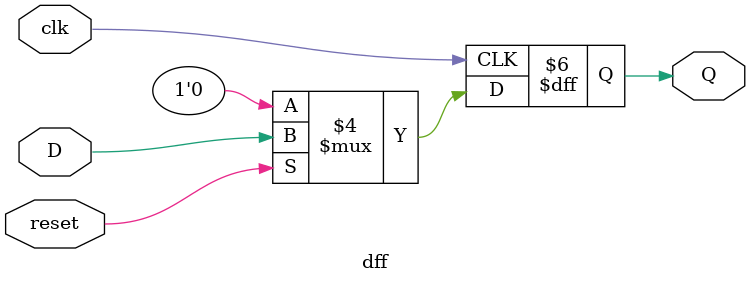
<source format=v>

module dff(D,clk,reset,Q);

input wire clk,D;
input reset;
output reg Q;

always @ (posedge clk)

begin 
if (!reset)
	Q=0;
else 
	Q=D;
end
endmodule 
</source>
